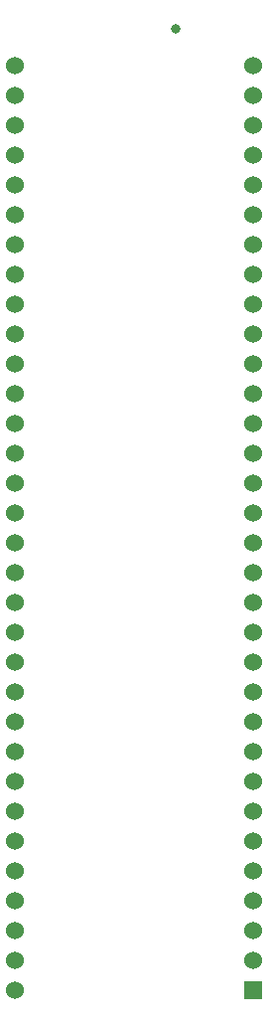
<source format=gbs>
%TF.GenerationSoftware,KiCad,Pcbnew,5.1.9+dfsg1-1~bpo10+1*%
%TF.CreationDate,2021-06-27T11:52:40+02:00*%
%TF.ProjectId,flexm68k,666c6578-6d36-4386-9b2e-6b696361645f,0.2*%
%TF.SameCoordinates,Original*%
%TF.FileFunction,Soldermask,Bot*%
%TF.FilePolarity,Negative*%
%FSLAX46Y46*%
G04 Gerber Fmt 4.6, Leading zero omitted, Abs format (unit mm)*
G04 Created by KiCad (PCBNEW 5.1.9+dfsg1-1~bpo10+1) date 2021-06-27 11:52:40*
%MOMM*%
%LPD*%
G01*
G04 APERTURE LIST*
%ADD10C,1.524000*%
%ADD11R,1.524000X1.524000*%
%ADD12C,0.800000*%
G04 APERTURE END LIST*
D10*
%TO.C,U1*%
X141180000Y-145050000D03*
X141180000Y-142510000D03*
X141180000Y-139970000D03*
X141180000Y-137430000D03*
X141180000Y-134890000D03*
X141180000Y-132350000D03*
X141180000Y-129810000D03*
X141180000Y-127270000D03*
X141180000Y-124730000D03*
X141180000Y-122190000D03*
X141180000Y-119650000D03*
X141180000Y-117110000D03*
X141180000Y-114570000D03*
X141180000Y-112030000D03*
X141180000Y-109490000D03*
X141180000Y-106950000D03*
X141180000Y-104410000D03*
X141180000Y-101870000D03*
X141180000Y-99330000D03*
X141180000Y-96790000D03*
X141180000Y-94250000D03*
X141180000Y-91710000D03*
X141180000Y-89170000D03*
X141180000Y-86630000D03*
X141180000Y-84090000D03*
X141180000Y-81550000D03*
X141180000Y-79010000D03*
X141180000Y-76470000D03*
X141180000Y-73930000D03*
X141180000Y-71390000D03*
X141180000Y-68850000D03*
X141180000Y-66310000D03*
X161500000Y-66310000D03*
X161500000Y-68850000D03*
X161500000Y-71390000D03*
X161500000Y-73930000D03*
X161500000Y-76470000D03*
X161500000Y-79010000D03*
X161500000Y-81550000D03*
X161500000Y-84090000D03*
X161500000Y-86630000D03*
X161500000Y-89170000D03*
X161500000Y-91710000D03*
X161500000Y-94250000D03*
X161500000Y-96790000D03*
X161500000Y-99330000D03*
X161500000Y-101870000D03*
X161500000Y-104410000D03*
X161500000Y-106950000D03*
X161500000Y-109490000D03*
X161500000Y-112030000D03*
X161500000Y-114570000D03*
X161500000Y-117110000D03*
X161500000Y-119650000D03*
X161500000Y-122190000D03*
X161500000Y-124730000D03*
X161500000Y-127270000D03*
X161500000Y-129810000D03*
X161500000Y-132350000D03*
X161500000Y-134890000D03*
X161500000Y-137430000D03*
X161500000Y-139970000D03*
X161500000Y-142510000D03*
D11*
X161500000Y-145050000D03*
%TD*%
D12*
X154850000Y-63150000D03*
M02*

</source>
